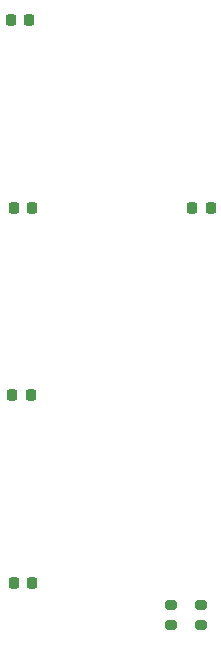
<source format=gbp>
%TF.GenerationSoftware,KiCad,Pcbnew,(6.0.7)*%
%TF.CreationDate,2022-12-07T22:38:20+09:00*%
%TF.ProjectId,multi_channel_temperature,6d756c74-695f-4636-9861-6e6e656c5f74,rev?*%
%TF.SameCoordinates,Original*%
%TF.FileFunction,Paste,Bot*%
%TF.FilePolarity,Positive*%
%FSLAX46Y46*%
G04 Gerber Fmt 4.6, Leading zero omitted, Abs format (unit mm)*
G04 Created by KiCad (PCBNEW (6.0.7)) date 2022-12-07 22:38:20*
%MOMM*%
%LPD*%
G01*
G04 APERTURE LIST*
G04 Aperture macros list*
%AMRoundRect*
0 Rectangle with rounded corners*
0 $1 Rounding radius*
0 $2 $3 $4 $5 $6 $7 $8 $9 X,Y pos of 4 corners*
0 Add a 4 corners polygon primitive as box body*
4,1,4,$2,$3,$4,$5,$6,$7,$8,$9,$2,$3,0*
0 Add four circle primitives for the rounded corners*
1,1,$1+$1,$2,$3*
1,1,$1+$1,$4,$5*
1,1,$1+$1,$6,$7*
1,1,$1+$1,$8,$9*
0 Add four rect primitives between the rounded corners*
20,1,$1+$1,$2,$3,$4,$5,0*
20,1,$1+$1,$4,$5,$6,$7,0*
20,1,$1+$1,$6,$7,$8,$9,0*
20,1,$1+$1,$8,$9,$2,$3,0*%
G04 Aperture macros list end*
%ADD10RoundRect,0.200000X-0.275000X0.200000X-0.275000X-0.200000X0.275000X-0.200000X0.275000X0.200000X0*%
%ADD11RoundRect,0.225000X0.225000X0.250000X-0.225000X0.250000X-0.225000X-0.250000X0.225000X-0.250000X0*%
G04 APERTURE END LIST*
D10*
%TO.C,R46*%
X-25400000Y-4446000D03*
X-25400000Y-6096000D03*
%TD*%
D11*
%TO.C,C36*%
X-39725000Y-2540000D03*
X-41275000Y-2540000D03*
%TD*%
%TO.C,C35*%
X-40005000Y45085000D03*
X-41555000Y45085000D03*
%TD*%
%TO.C,C39*%
X-24625000Y29210000D03*
X-26175000Y29210000D03*
%TD*%
%TO.C,C38*%
X-39725000Y29210000D03*
X-41275000Y29210000D03*
%TD*%
%TO.C,C34*%
X-39865000Y13335000D03*
X-41415000Y13335000D03*
%TD*%
D10*
%TO.C,R49*%
X-27940000Y-4446000D03*
X-27940000Y-6096000D03*
%TD*%
M02*

</source>
